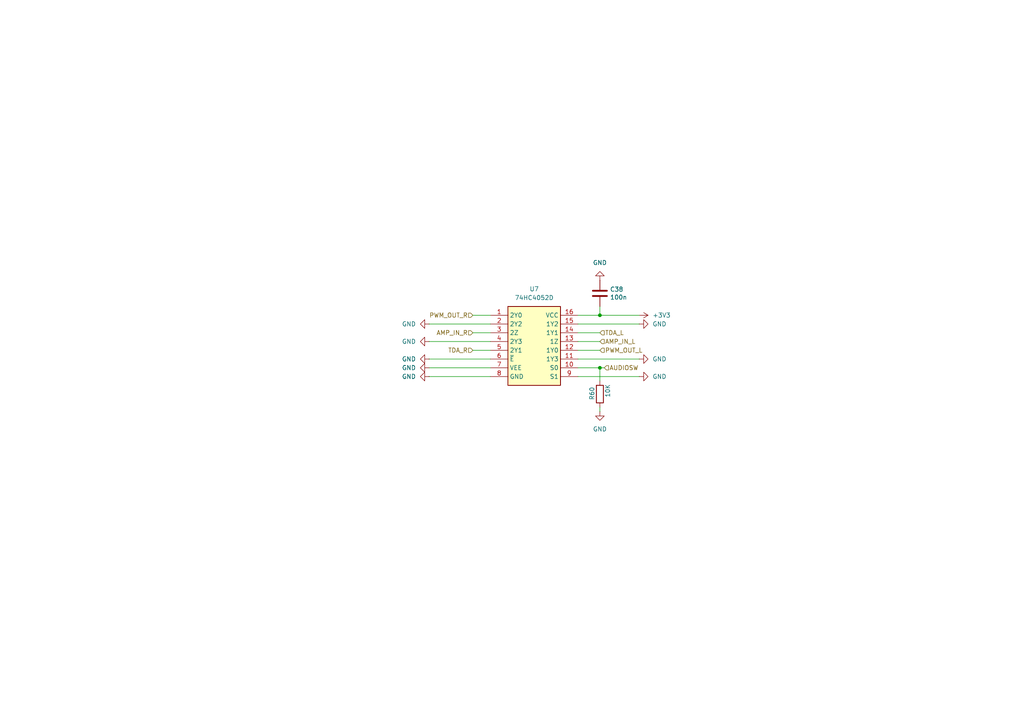
<source format=kicad_sch>
(kicad_sch (version 20250114) (generator "eeschema") (generator_version "9.0")
  (paper "A4")
  (title_block (title "MiniFRANK RM1") (date "2025-04-09") (rev "${VERSION}") (company "Mikhail Matveev") (comment 1 "https://github.com/xtremespb/frank"))
  (lib_symbols
    (symbol "Device:C" (pin_numbers (hide yes)) (pin_names (offset 0.254))
      (property "Reference" "C" (at 0.635 2.54 0))
      (property "Value" "C" (at 0.635 -2.54 0))
      (symbol "C_0_1"
        (polyline (pts (xy -2.032 0.762) (xy 2.032 0.762)) (stroke (width 0.508)))
        (polyline (pts (xy -2.032 -0.762) (xy 2.032 -0.762)) (stroke (width 0.508)))
      )
      (symbol "C_1_1"
        (pin passive line (at 0 3.81 270) (length 2.794) (name "~") (number "1"))
        (pin passive line (at 0 -3.81 90) (length 2.794) (name "~") (number "2"))
      )
    )
    (symbol "Device:R" (pin_numbers (hide yes)) (pin_names (offset 0))
      (property "Reference" "R" (at 2.032 0 90))
      (property "Value" "R" (at 0 0 90))
      (symbol "R_0_1"
        (rectangle (start -1.016 -2.54) (end 1.016 2.54) (stroke (width 0.254)))
      )
      (symbol "R_1_1"
        (pin passive line (at 0 3.81 270) (length 1.27) (name "~") (number "1"))
        (pin passive line (at 0 -3.81 90) (length 1.27) (name "~") (number "2"))
      )
    )
    (symbol "FRANK:74HC4052D"
      (property "Reference" "U8" (at 12.7 7.62 0))
      (property "Value" "74HC4052D" (at 12.7 5.08 0))
      (symbol "74HC4052D_1_1"
        (rectangle (start 5.08 2.54) (end 20.32 -20.32) (stroke (width 0.254)) (fill (type background)))
        (pin passive line (at 0 0 0) (length 5.08) (name "2Y0") (number "1"))
        (pin passive line (at 0 -2.54 0) (length 5.08) (name "2Y2") (number "2"))
        (pin passive line (at 0 -5.08 0) (length 5.08) (name "2Z") (number "3"))
        (pin passive line (at 0 -7.62 0) (length 5.08) (name "2Y3") (number "4"))
        (pin passive line (at 0 -10.16 0) (length 5.08) (name "2Y1") (number "5"))
        (pin passive line (at 0 -12.7 0) (length 5.08) (name "~{E}") (number "6"))
        (pin passive line (at 0 -15.24 0) (length 5.08) (name "VEE") (number "7"))
        (pin passive line (at 0 -17.78 0) (length 5.08) (name "GND") (number "8"))
        (pin passive line (at 25.4 0 180) (length 5.08) (name "VCC") (number "16"))
        (pin passive line (at 25.4 -2.54 180) (length 5.08) (name "1Y2") (number "15"))
        (pin passive line (at 25.4 -5.08 180) (length 5.08) (name "1Y1") (number "14"))
        (pin passive line (at 25.4 -7.62 180) (length 5.08) (name "1Z") (number "13"))
        (pin passive line (at 25.4 -10.16 180) (length 5.08) (name "1Y0") (number "12"))
        (pin passive line (at 25.4 -12.7 180) (length 5.08) (name "1Y3") (number "11"))
        (pin passive line (at 25.4 -15.24 180) (length 5.08) (name "S0") (number "10"))
        (pin passive line (at 25.4 -17.78 180) (length 5.08) (name "S1") (number "9"))
      )
    )
    (symbol "power:+3V3" (power) (pin_numbers (hide yes)) (pin_names (offset 0) (hide yes))
      (property "Value" "+3V3" (at 0 3.556 0))
      (symbol "+3V3_0_1"
        (polyline (pts (xy -0.762 1.27) (xy 0 2.54)))
        (polyline (pts (xy 0 2.54) (xy 0.762 1.27)))
        (polyline (pts (xy 0 0) (xy 0 2.54)))
      )
      (symbol "+3V3_1_1"
        (pin power_in line (at 0 0 90) (length 0) (name "~") (number "1"))
      )
    )
    (symbol "power:GND" (power) (pin_numbers (hide yes)) (pin_names (offset 0) (hide yes))
      (property "Value" "GND" (at 0 -3.81 0))
      (symbol "GND_0_1"
        (polyline (pts (xy 0 0) (xy 0 -1.27) (xy 1.27 -1.27) (xy 0 -2.54) (xy -1.27 -1.27) (xy 0 -1.27)))
      )
      (symbol "GND_1_1"
        (pin power_in line (at 0 0 270) (length 0) (name "~") (number "1"))
      )
    )
  )
  (junction (at 173.99 91.44))
  (junction (at 173.99 106.68))
  (wire (pts (xy 167.64 106.68) (xy 173.99 106.68)))
  (wire (pts (xy 185.42 109.22) (xy 167.64 109.22)))
  (wire (pts (xy 173.99 91.44) (xy 167.64 91.44)))
  (wire (pts (xy 137.16 101.6) (xy 142.24 101.6)))
  (wire (pts (xy 173.99 118.11) (xy 173.99 119.38)))
  (wire (pts (xy 185.42 93.98) (xy 167.64 93.98)))
  (wire (pts (xy 124.46 106.68) (xy 142.24 106.68)))
  (wire (pts (xy 185.42 104.14) (xy 167.64 104.14)))
  (wire (pts (xy 173.99 106.68) (xy 175.26 106.68)))
  (wire (pts (xy 167.64 101.6) (xy 173.99 101.6)))
  (wire (pts (xy 124.46 93.98) (xy 142.24 93.98)))
  (wire (pts (xy 167.64 96.52) (xy 173.99 96.52)))
  (wire (pts (xy 137.16 96.52) (xy 142.24 96.52)))
  (wire (pts (xy 124.46 109.22) (xy 142.24 109.22)))
  (wire (pts (xy 124.46 99.06) (xy 142.24 99.06)))
  (wire (pts (xy 173.99 106.68) (xy 173.99 110.49)))
  (wire (pts (xy 137.16 91.44) (xy 142.24 91.44)))
  (wire (pts (xy 173.99 88.9) (xy 173.99 91.44)))
  (wire (pts (xy 124.46 104.14) (xy 142.24 104.14)))
  (wire (pts (xy 185.42 91.44) (xy 173.99 91.44)))
  (wire (pts (xy 167.64 99.06) (xy 173.99 99.06)))
  (hierarchical_label "TDA_L" (shape input) (at 173.99 96.52 0))
  (hierarchical_label "AMP_IN_R" (shape input) (at 137.16 96.52 180))
  (hierarchical_label "AMP_IN_L" (shape input) (at 173.99 99.06 0))
  (hierarchical_label "PWM_OUT_L" (shape input) (at 173.99 101.6 0))
  (hierarchical_label "TDA_R" (shape input) (at 137.16 101.6 180))
  (hierarchical_label "PWM_OUT_R" (shape input) (at 137.16 91.44 180))
  (hierarchical_label "AUDIOSW" (shape input) (at 175.26 106.68 0))
  (symbol (lib_id "power:GND") (at 124.46 106.68 270) (unit 1)
    (property "Reference" "#PWR094" (effects (hide yes)))
    (property "Value" "GND" (at 120.65 106.6801 90) (effects (justify right)))
    (property "Description" "Power symbol creates a global label with name \"GND\" , ground" (effects (hide yes)))
  )
  (symbol (lib_id "power:GND") (at 124.46 104.14 270) (unit 1)
    (property "Reference" "#PWR092" (effects (hide yes)))
    (property "Value" "GND" (at 120.65 104.1401 90) (effects (justify right)))
    (property "Description" "Power symbol creates a global label with name \"GND\" , ground" (effects (hide yes)))
  )
  (symbol (lib_id "FRANK:74HC4052D") (at 142.24 91.44 0) (unit 1)
    (property "Reference" "U7" (at 154.94 83.82 0))
    (property "Value" "74HC4052D" (at 154.94 86.36 0))
    (property "Footprint" "FRANK:74HC4052D653" (effects (hide yes)))
    (property "Datasheet" "https://assets.nexperia.com/documents/data-sheet/74HC_HCT4052.pdf" (effects (hide yes)))
    (property "Description" "74HC(T)4052 - Dual 4-channel analog multiplexer/demultiplexer@en-us" (effects (hide yes)))
    (property "Height" "1.75" (effects (hide yes)))
    (property "Mouser Part Number" "771-74HC4052D-T" (effects (hide yes)))
    (property "Mouser Price/Stock" "https://www.mouser.co.uk/ProductDetail/Nexperia/74HC4052D653?qs=P62ublwmbi9dOtwH%252Bhrppg%3D%3D" (effects (hide yes)))
    (property "Manufacturer_Name" "Nexperia" (effects (hide yes)))
    (property "Manufacturer_Part_Number" "74HC4052D,653" (effects (hide yes)))
  )
  (symbol (lib_id "power:GND") (at 124.46 93.98 270) (unit 1)
    (property "Reference" "#PWR089" (effects (hide yes)))
    (property "Value" "GND" (at 120.65 93.9801 90) (effects (justify right)))
    (property "Description" "Power symbol creates a global label with name \"GND\" , ground" (effects (hide yes)))
  )
  (symbol (lib_id "power:GND") (at 185.42 93.98 90) (unit 1)
    (property "Reference" "#PWR090" (effects (hide yes)))
    (property "Value" "GND" (at 189.23 93.9799 90) (effects (justify right)))
    (property "Description" "Power symbol creates a global label with name \"GND\" , ground" (effects (hide yes)))
  )
  (symbol (lib_id "power:GND") (at 124.46 99.06 270) (unit 1)
    (property "Reference" "#PWR091" (effects (hide yes)))
    (property "Value" "GND" (at 120.65 99.0601 90) (effects (justify right)))
    (property "Description" "Power symbol creates a global label with name \"GND\" , ground" (effects (hide yes)))
  )
  (symbol (lib_id "power:GND") (at 173.99 119.38 0) (unit 1)
    (property "Reference" "#PWR097" (effects (hide yes)))
    (property "Value" "GND" (at 173.99 124.46 0))
    (property "Description" "Power symbol creates a global label with name \"GND\" , ground" (effects (hide yes)))
  )
  (symbol (lib_id "power:GND") (at 173.99 81.28 180) (unit 1)
    (property "Reference" "#PWR087" (effects (hide yes)))
    (property "Value" "GND" (at 173.99 76.2 0))
    (property "Description" "Power symbol creates a global label with name \"GND\" , ground" (effects (hide yes)))
  )
  (symbol (lib_id "Device:R") (at 173.99 114.3 180) (unit 1)
    (property "Reference" "R60" (at 171.704 116.078 90) (effects (justify right)))
    (property "Value" "10K" (at 176.276 115.316 90) (effects (justify right)))
    (property "Footprint" "FRANK:Resistor (0805)" (effects (hide yes)))
    (property "Datasheet" "https://www.vishay.com/docs/28952/mcs0402at-mct0603at-mcu0805at-mca1206at.pdf" (effects (hide yes)))
    (property "AliExpress" "https://www.aliexpress.com/item/1005005945735199.html" (effects (hide yes)))
  )
  (symbol (lib_id "power:+3V3") (at 185.42 91.44 270) (unit 1)
    (property "Reference" "#PWR088" (effects (hide yes)))
    (property "Value" "+3V3" (at 189.23 91.4399 90) (effects (justify left)))
    (property "Description" "Power symbol creates a global label with name \"+3V3\"" (effects (hide yes)))
  )
  (symbol (lib_id "power:GND") (at 185.42 109.22 90) (unit 1)
    (property "Reference" "#PWR096" (effects (hide yes)))
    (property "Value" "GND" (at 189.23 109.2199 90) (effects (justify right)))
    (property "Description" "Power symbol creates a global label with name \"GND\" , ground" (effects (hide yes)))
  )
  (symbol (lib_id "Device:C") (at 173.99 85.09 0) (unit 1)
    (property "Reference" "C38" (at 176.911 83.9216 0) (effects (justify left)))
    (property "Value" "100n" (at 176.911 86.233 0) (effects (justify left)))
    (property "Footprint" "FRANK:Capacitor (0805)" (effects (hide yes)))
    (property "Datasheet" "https://eu.mouser.com/datasheet/2/40/KGM_X7R-3223212.pdf" (effects (hide yes)))
    (property "AliExpress" "https://www.aliexpress.com/item/33008008276.html" (effects (hide yes)))
  )
  (symbol (lib_id "power:GND") (at 185.42 104.14 90) (unit 1)
    (property "Reference" "#PWR093" (effects (hide yes)))
    (property "Value" "GND" (at 189.23 104.1399 90) (effects (justify right)))
    (property "Description" "Power symbol creates a global label with name \"GND\" , ground" (effects (hide yes)))
  )
  (symbol (lib_id "power:GND") (at 124.46 109.22 270) (unit 1)
    (property "Reference" "#PWR095" (effects (hide yes)))
    (property "Value" "GND" (at 120.65 109.2201 90) (effects (justify right)))
    (property "Description" "Power symbol creates a global label with name \"GND\" , ground" (effects (hide yes)))
  )
)
</source>
